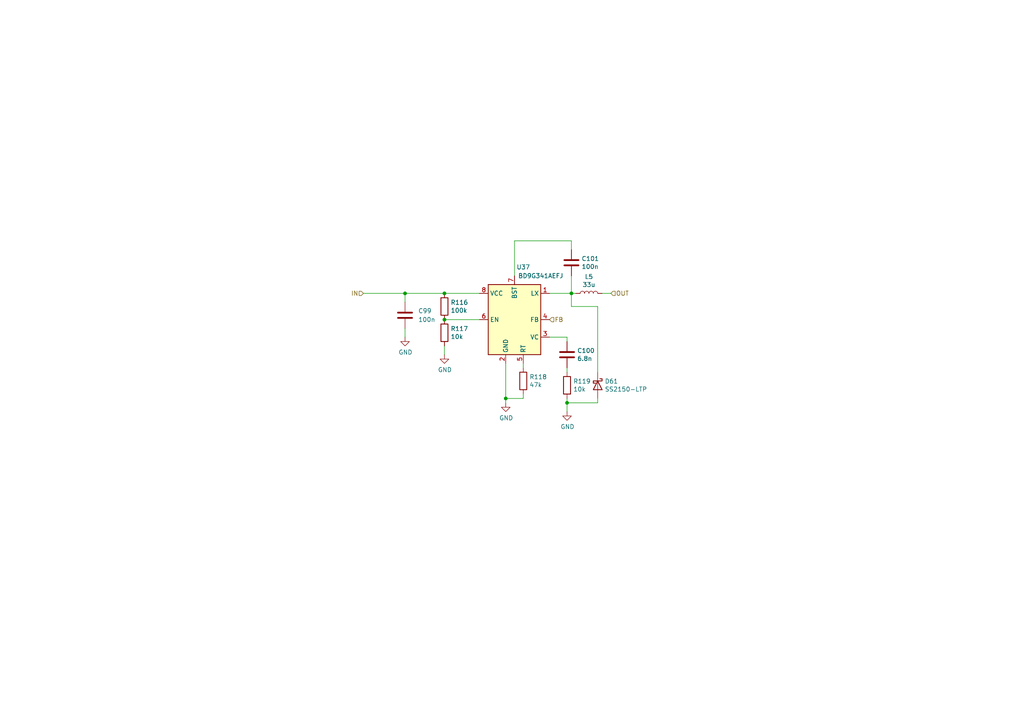
<source format=kicad_sch>
(kicad_sch (version 20211123) (generator eeschema)
  (paper "A4")
  (lib_symbols
    (symbol "Device:C" (pin_numbers hide) (pin_names (offset 0.254))
      (property "Reference" "C" (at 0.635 2.54 0))
      (property "Value" "C" (at 0.635 -2.54 0))
      (symbol "C_0_1"
        (polyline (pts (xy -2.032 -0.762) (xy 2.032 -0.762)) (stroke (width 0.508)))
        (polyline (pts (xy -2.032 0.762) (xy 2.032 0.762)) (stroke (width 0.508)))
      )
      (symbol "C_1_1"
        (pin passive line (at 0 3.81 270) (length 2.794) (name "~") (number "1"))
        (pin passive line (at 0 -3.81 90) (length 2.794) (name "~") (number "2"))
      )
    )
    (symbol "Device:D_Schottky" (pin_numbers hide) (pin_names (offset 1.016) hide)
      (property "Reference" "D" (at 0 2.54 0))
      (property "Value" "D_Schottky" (at 0 -2.54 0))
      (symbol "D_Schottky_0_1"
        (polyline (pts (xy 1.27 0) (xy -1.27 0)))
        (polyline (pts (xy 1.27 1.27) (xy 1.27 -1.27) (xy -1.27 0) (xy 1.27 1.27)) (stroke (width 0.254)))
        (polyline (pts (xy -1.905 0.635) (xy -1.905 1.27) (xy -1.27 1.27) (xy -1.27 -1.27) (xy -0.635 -1.27) (xy -0.635 -0.635)) (stroke (width 0.254)))
      )
      (symbol "D_Schottky_1_1"
        (pin passive line (at -3.81 0 0) (length 2.54) (name "K") (number "1"))
        (pin passive line (at 3.81 0 180) (length 2.54) (name "A") (number "2"))
      )
    )
    (symbol "Device:L" (pin_numbers hide) (pin_names (offset 1.016) hide)
      (property "Reference" "L" (at -1.27 0 90))
      (property "Value" "L" (at 1.905 0 90))
      (symbol "L_0_1"
        (arc (start 0 -2.54) (mid 0.635 -1.905) (end 0 -1.27))
        (arc (start 0 -1.27) (mid 0.635 -0.635) (end 0 0))
        (arc (start 0 0) (mid 0.635 0.635) (end 0 1.27))
        (arc (start 0 1.27) (mid 0.635 1.905) (end 0 2.54))
      )
      (symbol "L_1_1"
        (pin passive line (at 0 3.81 270) (length 1.27) (name "1") (number "1"))
        (pin passive line (at 0 -3.81 90) (length 1.27) (name "2") (number "2"))
      )
    )
    (symbol "Device:R" (pin_numbers hide) (pin_names (offset 0))
      (property "Reference" "R" (at 2.032 0 90))
      (property "Value" "R" (at 0 0 90))
      (symbol "R_0_1"
        (rectangle (start -1.016 -2.54) (end 1.016 2.54) (stroke (width 0.254)))
      )
      (symbol "R_1_1"
        (pin passive line (at 0 3.81 270) (length 1.27) (name "~") (number "1"))
        (pin passive line (at 0 -3.81 90) (length 1.27) (name "~") (number "2"))
      )
    )
    (symbol "fluidnc_board:BD9G341AEFJ"
      (property "Reference" "U" (at -6.35 11.43 0))
      (property "Value" "BD9G341AEFJ" (at 7.62 11.43 0))
      (symbol "BD9G341AEFJ_0_0"
        (pin power_in line (at -2.54 -12.7 90) (length 2.54) hide (name "GND") (number "9"))
      )
      (symbol "BD9G341AEFJ_0_1"
        (rectangle (start -7.62 10.16) (end 7.62 -10.16) (stroke (width 0.254)) (fill (type background)))
      )
      (symbol "BD9G341AEFJ_1_1"
        (pin passive line (at 10.16 7.62 180) (length 2.54) (name "LX") (number "1"))
        (pin power_in line (at -2.54 -12.7 90) (length 2.54) (name "GND") (number "2"))
        (pin output line (at 10.16 -5.08 180) (length 2.54) (name "VC") (number "3"))
        (pin input line (at 10.16 0 180) (length 2.54) (name "FB") (number "4"))
        (pin input line (at 2.54 -12.7 90) (length 2.54) (name "RT") (number "5"))
        (pin input line (at -10.16 0 0) (length 2.54) (name "EN") (number "6"))
        (pin input line (at 0 12.7 270) (length 2.54) (name "BST") (number "7"))
        (pin power_in line (at -10.16 7.62 0) (length 2.54) (name "VCC") (number "8"))
      )
    )
    (symbol "power:GND" (power) (pin_names (offset 0))
      (property "Value" "GND" (at 0 -3.81 0))
      (symbol "GND_0_1"
        (polyline (pts (xy 0 0) (xy 0 -1.27) (xy 1.27 -1.27) (xy 0 -2.54) (xy -1.27 -1.27) (xy 0 -1.27)))
      )
      (symbol "GND_1_1"
        (pin power_in line (at 0 0 270) (length 0) hide (name "GND") (number "1"))
      )
    )
  )
  (junction (at 117.475 85.09))
  (junction (at 146.685 115.57))
  (junction (at 165.735 85.09))
  (junction (at 164.465 116.84))
  (junction (at 128.905 92.71))
  (junction (at 128.905 85.09))
  (wire (pts (xy 151.765 114.3) (xy 151.765 115.57)))
  (wire (pts (xy 164.465 116.84) (xy 164.465 115.57)))
  (wire (pts (xy 117.475 87.63) (xy 117.475 85.09)))
  (wire (pts (xy 173.355 88.9) (xy 173.355 107.95)))
  (wire (pts (xy 151.765 115.57) (xy 146.685 115.57)))
  (wire (pts (xy 149.225 69.85) (xy 149.225 80.01)))
  (wire (pts (xy 164.465 107.95) (xy 164.465 106.68)))
  (wire (pts (xy 151.765 106.68) (xy 151.765 105.41)))
  (wire (pts (xy 164.465 119.38) (xy 164.465 116.84)))
  (wire (pts (xy 173.355 88.9) (xy 165.735 88.9)))
  (wire (pts (xy 165.735 85.09) (xy 167.005 85.09)))
  (wire (pts (xy 105.41 85.09) (xy 117.475 85.09)))
  (wire (pts (xy 146.685 115.57) (xy 146.685 116.84)))
  (wire (pts (xy 164.465 116.84) (xy 173.355 116.84)))
  (wire (pts (xy 146.685 105.41) (xy 146.685 115.57)))
  (wire (pts (xy 128.905 102.87) (xy 128.905 100.33)))
  (wire (pts (xy 165.735 88.9) (xy 165.735 85.09)))
  (wire (pts (xy 174.625 85.09) (xy 177.165 85.09)))
  (wire (pts (xy 139.065 92.71) (xy 128.905 92.71)))
  (wire (pts (xy 165.735 80.01) (xy 165.735 85.09)))
  (wire (pts (xy 173.355 116.84) (xy 173.355 115.57)))
  (wire (pts (xy 164.465 97.79) (xy 159.385 97.79)))
  (wire (pts (xy 117.475 85.09) (xy 128.905 85.09)))
  (wire (pts (xy 165.735 69.85) (xy 149.225 69.85)))
  (wire (pts (xy 165.735 72.39) (xy 165.735 69.85)))
  (wire (pts (xy 164.465 99.06) (xy 164.465 97.79)))
  (wire (pts (xy 128.905 85.09) (xy 139.065 85.09)))
  (wire (pts (xy 165.735 85.09) (xy 159.385 85.09)))
  (wire (pts (xy 117.475 97.79) (xy 117.475 95.25)))
  (hierarchical_label "IN" (shape input) (at 105.41 85.09 180))
  (hierarchical_label "FB" (shape input) (at 159.385 92.71 0))
  (hierarchical_label "OUT" (shape input) (at 177.165 85.09 0))
  (symbol (lib_id "Device:R") (at 151.765 110.49 0)
    (property "Reference" "R118" (at 153.543 109.3216 0) (effects (justify left)))
    (property "Value" "47k" (at 153.543 111.633 0) (effects (justify left)))
    (property "Footprint" "Resistor_SMD:R_0805_2012Metric_Pad1.20x1.40mm_HandSolder" (effects hide))
  )
  (symbol (lib_id "Device:C") (at 165.735 76.2 0)
    (property "Reference" "C101" (at 168.656 75.0316 0) (effects (justify left)))
    (property "Value" "100n" (at 168.656 77.343 0) (effects (justify left)))
    (property "Footprint" "Capacitor_SMD:C_0603_1608Metric_Pad1.08x0.95mm_HandSolder" (effects hide))
  )
  (symbol (lib_id "power:GND") (at 128.905 102.87 0)
    (property "Reference" "#PWR0229" (effects hide))
    (property "Value" "GND" (at 129.032 107.2642 0))
  )
  (symbol (lib_id "Device:L") (at 170.815 85.09 90)
    (property "Reference" "L5" (at 170.815 80.264 90))
    (property "Value" "33u" (at 170.815 82.5754 90))
    (property "Footprint" "Inductor_SMD:L_Vishay_IHLP-4040" (effects hide))
  )
  (symbol (lib_id "Device:D_Schottky") (at 173.355 111.76 270)
    (property "Reference" "D61" (at 175.387 110.5916 90) (effects (justify left)))
    (property "Value" "SS2150-LTP" (at 175.387 112.903 90) (effects (justify left)))
    (property "Footprint" "Diode_SMD:D_SMA_Handsoldering" (effects hide))
  )
  (symbol (lib_id "Device:R") (at 128.905 96.52 0)
    (property "Reference" "R117" (at 130.683 95.3516 0) (effects (justify left)))
    (property "Value" "10k" (at 130.683 97.663 0) (effects (justify left)))
    (property "Footprint" "Resistor_SMD:R_0805_2012Metric_Pad1.20x1.40mm_HandSolder" (effects hide))
  )
  (symbol (lib_id "Device:R") (at 164.465 111.76 0)
    (property "Reference" "R119" (at 166.243 110.5916 0) (effects (justify left)))
    (property "Value" "10k" (at 166.243 112.903 0) (effects (justify left)))
    (property "Footprint" "Resistor_SMD:R_0805_2012Metric_Pad1.20x1.40mm_HandSolder" (effects hide))
  )
  (symbol (lib_id "power:GND") (at 146.685 116.84 0)
    (property "Reference" "#PWR0230" (effects hide))
    (property "Value" "GND" (at 146.812 121.2342 0))
  )
  (symbol (lib_id "Device:R") (at 128.905 88.9 0)
    (property "Reference" "R116" (at 130.683 87.7316 0) (effects (justify left)))
    (property "Value" "100k" (at 130.683 90.043 0) (effects (justify left)))
    (property "Footprint" "Resistor_SMD:R_0603_1608Metric_Pad0.98x0.95mm_HandSolder" (effects hide))
  )
  (symbol (lib_id "Device:C") (at 117.475 91.44 0)
    (property "Reference" "C99" (at 121.285 90.1699 0) (effects (justify left)))
    (property "Value" "100n" (at 121.285 92.7099 0) (effects (justify left)))
    (property "Footprint" "Capacitor_SMD:C_0603_1608Metric_Pad1.08x0.95mm_HandSolder" (effects hide))
  )
  (symbol (lib_id "fluidnc_board:BD9G341AEFJ") (at 149.225 92.71 0)
    (property "Reference" "U37" (at 151.765 77.47 0))
    (property "Value" "BD9G341AEFJ" (at 156.845 80.01 0))
    (property "Footprint" "Package_SO:HTSOP-8-1EP_3.9x4.9mm_P1.27mm_EP2.4x3.2mm_ThermalVias" (effects hide))
    (property "Datasheet" "https://media.digikey.com/pdf/Data%20Sheets/Rohm%20PDFs/BD9G341EFJ.pdf" (effects hide))
  )
  (symbol (lib_id "power:GND") (at 164.465 119.38 0)
    (property "Reference" "#PWR0231" (effects hide))
    (property "Value" "GND" (at 164.592 123.7742 0))
  )
  (symbol (lib_id "Device:C") (at 164.465 102.87 0)
    (property "Reference" "C100" (at 167.386 101.7016 0) (effects (justify left)))
    (property "Value" "6.8n" (at 167.386 104.013 0) (effects (justify left)))
    (property "Footprint" "Capacitor_SMD:C_0402_1005Metric_Pad0.74x0.62mm_HandSolder" (effects hide))
  )
  (symbol (lib_id "power:GND") (at 117.475 97.79 0)
    (property "Reference" "#PWR0228" (effects hide))
    (property "Value" "GND" (at 117.602 102.1842 0))
  )
)
</source>
